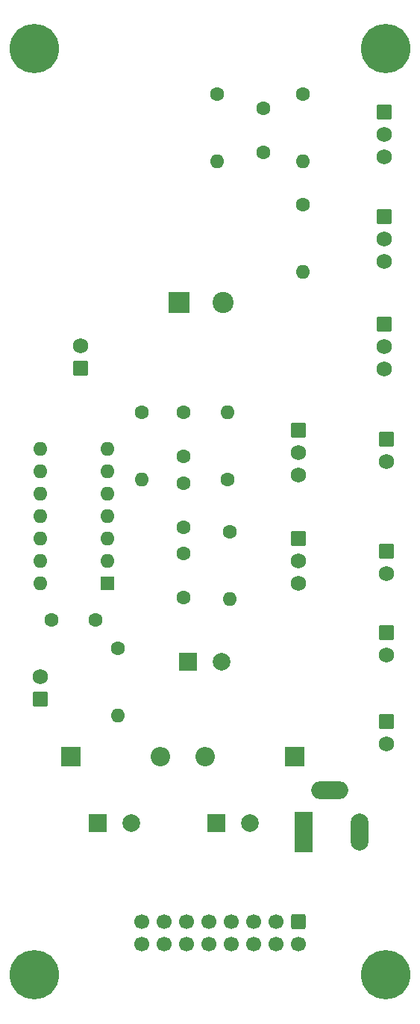
<source format=gbr>
%TF.GenerationSoftware,KiCad,Pcbnew,(6.0.7)*%
%TF.CreationDate,2023-02-21T16:05:42-05:00*%
%TF.ProjectId,MINI_AMP,4d494e49-5f41-44d5-902e-6b696361645f,rev?*%
%TF.SameCoordinates,Original*%
%TF.FileFunction,Soldermask,Bot*%
%TF.FilePolarity,Negative*%
%FSLAX46Y46*%
G04 Gerber Fmt 4.6, Leading zero omitted, Abs format (unit mm)*
G04 Created by KiCad (PCBNEW (6.0.7)) date 2023-02-21 16:05:42*
%MOMM*%
%LPD*%
G01*
G04 APERTURE LIST*
G04 Aperture macros list*
%AMRoundRect*
0 Rectangle with rounded corners*
0 $1 Rounding radius*
0 $2 $3 $4 $5 $6 $7 $8 $9 X,Y pos of 4 corners*
0 Add a 4 corners polygon primitive as box body*
4,1,4,$2,$3,$4,$5,$6,$7,$8,$9,$2,$3,0*
0 Add four circle primitives for the rounded corners*
1,1,$1+$1,$2,$3*
1,1,$1+$1,$4,$5*
1,1,$1+$1,$6,$7*
1,1,$1+$1,$8,$9*
0 Add four rect primitives between the rounded corners*
20,1,$1+$1,$2,$3,$4,$5,0*
20,1,$1+$1,$4,$5,$6,$7,0*
20,1,$1+$1,$6,$7,$8,$9,0*
20,1,$1+$1,$8,$9,$2,$3,0*%
G04 Aperture macros list end*
%ADD10C,1.600000*%
%ADD11O,1.600000X1.600000*%
%ADD12C,5.600000*%
%ADD13RoundRect,0.250000X-0.620000X0.620000X-0.620000X-0.620000X0.620000X-0.620000X0.620000X0.620000X0*%
%ADD14C,1.740000*%
%ADD15R,2.400000X2.400000*%
%ADD16C,2.400000*%
%ADD17R,2.000000X2.000000*%
%ADD18C,2.000000*%
%ADD19RoundRect,0.250000X0.620000X-0.620000X0.620000X0.620000X-0.620000X0.620000X-0.620000X-0.620000X0*%
%ADD20R,2.200000X2.200000*%
%ADD21O,2.200000X2.200000*%
%ADD22R,2.000000X4.600000*%
%ADD23O,2.000000X4.200000*%
%ADD24O,4.200000X2.000000*%
%ADD25R,1.600000X1.600000*%
%ADD26RoundRect,0.250000X-0.600000X0.600000X-0.600000X-0.600000X0.600000X-0.600000X0.600000X0.600000X0*%
%ADD27C,1.700000*%
G04 APERTURE END LIST*
D10*
%TO.C,R6*%
X127250000Y-98250000D03*
D11*
X127250000Y-105870000D03*
%TD*%
D12*
%TO.C,H2*%
X144920000Y-43500000D03*
%TD*%
D13*
%TO.C,J9*%
X144750000Y-62500000D03*
D14*
X144750000Y-65040000D03*
X144750000Y-67580000D03*
%TD*%
D10*
%TO.C,R2*%
X135500000Y-48690000D03*
D11*
X135500000Y-56310000D03*
%TD*%
D13*
%TO.C,R9*%
X135000000Y-99000000D03*
D14*
X135000000Y-101540000D03*
X135000000Y-104080000D03*
%TD*%
D10*
%TO.C,C3*%
X112000000Y-108250000D03*
X107000000Y-108250000D03*
%TD*%
D13*
%TO.C,J10*%
X144750000Y-50710000D03*
D14*
X144750000Y-53250000D03*
X144750000Y-55790000D03*
%TD*%
D15*
%TO.C,C7*%
X121452272Y-72250000D03*
D16*
X126452272Y-72250000D03*
%TD*%
D10*
%TO.C,R7*%
X127000000Y-92370000D03*
D11*
X127000000Y-84750000D03*
%TD*%
D17*
%TO.C,C10*%
X125732323Y-131250000D03*
D18*
X129532323Y-131250000D03*
%TD*%
D13*
%TO.C,J7*%
X145000000Y-119750000D03*
D14*
X145000000Y-122290000D03*
%TD*%
D13*
%TO.C,J2*%
X145000000Y-87750000D03*
D14*
X145000000Y-90290000D03*
%TD*%
D10*
%TO.C,C1*%
X122000000Y-97750000D03*
X122000000Y-92750000D03*
%TD*%
%TO.C,C5*%
X122000000Y-89750000D03*
X122000000Y-84750000D03*
%TD*%
D13*
%TO.C,J5*%
X145000000Y-109730000D03*
D14*
X145000000Y-112270000D03*
%TD*%
D10*
%TO.C,R5*%
X114500000Y-111440000D03*
D11*
X114500000Y-119060000D03*
%TD*%
D19*
%TO.C,J6*%
X110250000Y-79770000D03*
D14*
X110250000Y-77230000D03*
%TD*%
D10*
%TO.C,R1*%
X125750000Y-48690000D03*
D11*
X125750000Y-56310000D03*
%TD*%
D17*
%TO.C,C9*%
X112232323Y-131250000D03*
D18*
X116032323Y-131250000D03*
%TD*%
D20*
%TO.C,D4*%
X134580000Y-123750000D03*
D21*
X124420000Y-123750000D03*
%TD*%
D20*
%TO.C,D3*%
X109170000Y-123750000D03*
D21*
X119330000Y-123750000D03*
%TD*%
D19*
%TO.C,J8*%
X105750000Y-117250000D03*
D14*
X105750000Y-114710000D03*
%TD*%
D13*
%TO.C,R10*%
X135000000Y-86750000D03*
D14*
X135000000Y-89290000D03*
X135000000Y-91830000D03*
%TD*%
D13*
%TO.C,S1*%
X144750000Y-74710000D03*
D14*
X144750000Y-77250000D03*
X144750000Y-79790000D03*
%TD*%
D22*
%TO.C,J4*%
X135636000Y-132334000D03*
D23*
X141936000Y-132334000D03*
D24*
X138536000Y-127534000D03*
%TD*%
D25*
%TO.C,U1*%
X113300000Y-104125000D03*
D11*
X113300000Y-101585000D03*
X113300000Y-99045000D03*
X113300000Y-96505000D03*
X113300000Y-93965000D03*
X113300000Y-91425000D03*
X113300000Y-88885000D03*
X105680000Y-88885000D03*
X105680000Y-91425000D03*
X105680000Y-93965000D03*
X105680000Y-96505000D03*
X105680000Y-99045000D03*
X105680000Y-101585000D03*
X105680000Y-104125000D03*
%TD*%
D13*
%TO.C,J1*%
X145000000Y-100500000D03*
D14*
X145000000Y-103040000D03*
%TD*%
D10*
%TO.C,C6*%
X131000000Y-55250000D03*
X131000000Y-50250000D03*
%TD*%
D26*
%TO.C,J3*%
X135000000Y-142460000D03*
D27*
X135000000Y-145000000D03*
X132460000Y-142460000D03*
X132460000Y-145000000D03*
X129920000Y-142460000D03*
X129920000Y-145000000D03*
X127380000Y-142460000D03*
X127380000Y-145000000D03*
X124840000Y-142460000D03*
X124840000Y-145000000D03*
X122300000Y-142460000D03*
X122300000Y-145000000D03*
X119760000Y-142460000D03*
X119760000Y-145000000D03*
X117220000Y-142460000D03*
X117220000Y-145000000D03*
%TD*%
D12*
%TO.C,H4*%
X144920000Y-148500000D03*
%TD*%
%TO.C,H1*%
X105080000Y-43500000D03*
%TD*%
D10*
%TO.C,R8*%
X117250000Y-84690000D03*
D11*
X117250000Y-92310000D03*
%TD*%
D17*
%TO.C,C2*%
X122482323Y-113000000D03*
D18*
X126282323Y-113000000D03*
%TD*%
D10*
%TO.C,R3*%
X135500000Y-61190000D03*
D11*
X135500000Y-68810000D03*
%TD*%
D10*
%TO.C,C4*%
X122000000Y-100750000D03*
X122000000Y-105750000D03*
%TD*%
D12*
%TO.C,H3*%
X105080000Y-148500000D03*
%TD*%
M02*

</source>
